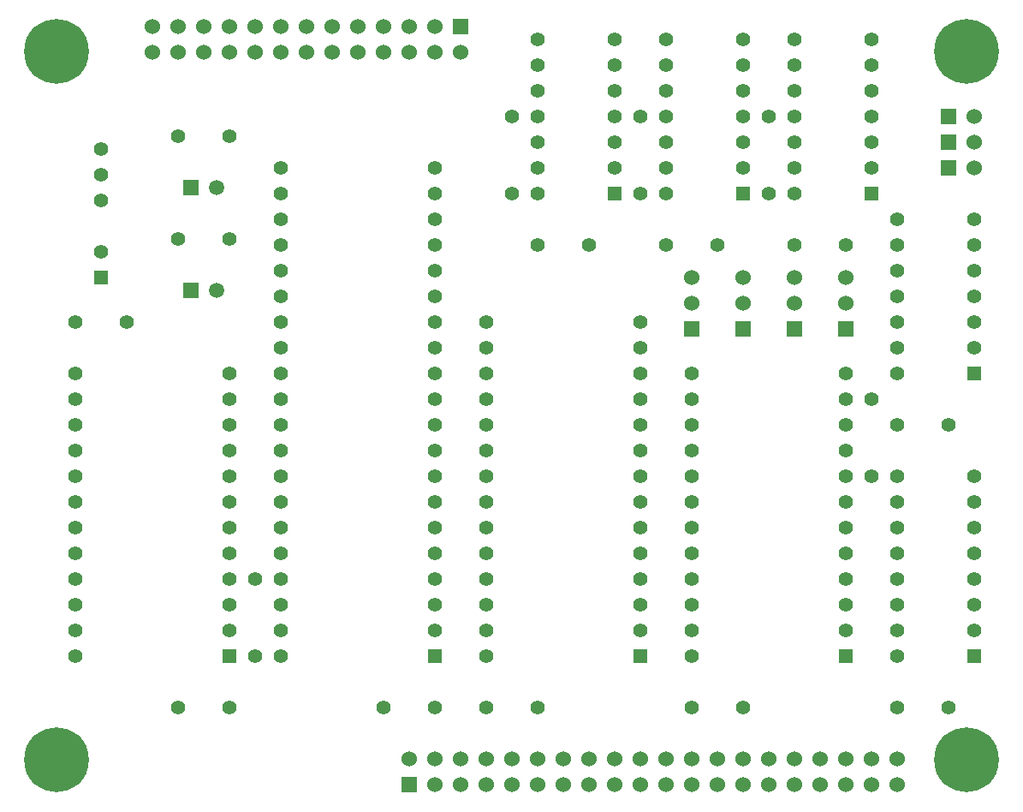
<source format=gbs>
%TF.GenerationSoftware,KiCad,Pcbnew,(5.1.8)-1*%
%TF.CreationDate,2021-11-24T12:27:13-08:00*%
%TF.ProjectId,Mini8085Ext,4d696e69-3830-4383-9545-78742e6b6963,rev?*%
%TF.SameCoordinates,Original*%
%TF.FileFunction,Soldermask,Bot*%
%TF.FilePolarity,Negative*%
%FSLAX46Y46*%
G04 Gerber Fmt 4.6, Leading zero omitted, Abs format (unit mm)*
G04 Created by KiCad (PCBNEW (5.1.8)-1) date 2021-11-24 12:27:13*
%MOMM*%
%LPD*%
G01*
G04 APERTURE LIST*
%ADD10C,1.524000*%
%ADD11R,1.524000X1.524000*%
%ADD12C,1.490980*%
%ADD13R,1.490980X1.490980*%
%ADD14C,1.397000*%
%ADD15C,1.400000*%
%ADD16R,1.400000X1.400000*%
%ADD17C,0.800000*%
%ADD18C,6.400000*%
%ADD19R,1.397000X1.397000*%
G04 APERTURE END LIST*
D10*
%TO.C,J4*%
X116840000Y-55880000D03*
X116840000Y-53340000D03*
X119380000Y-55880000D03*
X119380000Y-53340000D03*
X121920000Y-55880000D03*
X121920000Y-53340000D03*
X124460000Y-55880000D03*
X124460000Y-53340000D03*
X127000000Y-55880000D03*
X127000000Y-53340000D03*
X129540000Y-55880000D03*
X129540000Y-53340000D03*
X132080000Y-55880000D03*
X132080000Y-53340000D03*
X134620000Y-55880000D03*
X134620000Y-53340000D03*
X137160000Y-55880000D03*
X137160000Y-53340000D03*
X139700000Y-55880000D03*
X139700000Y-53340000D03*
X142240000Y-55880000D03*
X142240000Y-53340000D03*
X144780000Y-55880000D03*
X144780000Y-53340000D03*
X147320000Y-55880000D03*
D11*
X147320000Y-53340000D03*
%TD*%
D12*
%TO.C,C13*%
X123170000Y-69215000D03*
D13*
X120670000Y-69215000D03*
%TD*%
D10*
%TO.C,J1*%
X198120000Y-62230000D03*
D11*
X195580000Y-62230000D03*
%TD*%
D10*
%TO.C,J2*%
X198120000Y-64770000D03*
D11*
X195580000Y-64770000D03*
%TD*%
D10*
%TO.C,J3*%
X198120000Y-67310000D03*
D11*
X195580000Y-67310000D03*
%TD*%
D10*
%TO.C,J5*%
X190500000Y-125730000D03*
X190500000Y-128270000D03*
X187960000Y-125730000D03*
X187960000Y-128270000D03*
X185420000Y-125730000D03*
X185420000Y-128270000D03*
X182880000Y-125730000D03*
X182880000Y-128270000D03*
X180340000Y-125730000D03*
X180340000Y-128270000D03*
X177800000Y-128270000D03*
X177800000Y-125730000D03*
X175260000Y-128270000D03*
X175260000Y-125730000D03*
X172720000Y-125730000D03*
X172720000Y-128270000D03*
X170180000Y-125730000D03*
X170180000Y-128270000D03*
X167640000Y-125730000D03*
X167640000Y-128270000D03*
X165100000Y-125730000D03*
X165100000Y-128270000D03*
X162560000Y-125730000D03*
X162560000Y-128270000D03*
X160020000Y-125730000D03*
X160020000Y-128270000D03*
X157480000Y-125730000D03*
X157480000Y-128270000D03*
X154940000Y-125730000D03*
X154940000Y-128270000D03*
X152400000Y-125730000D03*
X152400000Y-128270000D03*
X149860000Y-125730000D03*
X149860000Y-128270000D03*
X147320000Y-125730000D03*
X147320000Y-128270000D03*
X144780000Y-125730000D03*
X144780000Y-128270000D03*
X142240000Y-125730000D03*
D11*
X142240000Y-128270000D03*
%TD*%
D10*
%TO.C,JP1*%
X175260000Y-78105000D03*
X175260000Y-80645000D03*
D11*
X175260000Y-83185000D03*
%TD*%
D10*
%TO.C,JP2*%
X170180000Y-78105000D03*
X170180000Y-80645000D03*
D11*
X170180000Y-83185000D03*
%TD*%
D10*
%TO.C,JP3*%
X185420000Y-78105000D03*
X185420000Y-80645000D03*
D11*
X185420000Y-83185000D03*
%TD*%
D10*
%TO.C,JP4*%
X180340000Y-78105000D03*
X180340000Y-80645000D03*
D11*
X180340000Y-83185000D03*
%TD*%
D14*
%TO.C,R1*%
X165100000Y-62230000D03*
X165100000Y-69850000D03*
%TD*%
%TO.C,R2*%
X187960000Y-90170000D03*
X187960000Y-97790000D03*
%TD*%
%TO.C,R3*%
X177800000Y-62230000D03*
X177800000Y-69850000D03*
%TD*%
%TO.C,R5*%
X152400000Y-62230000D03*
X152400000Y-69850000D03*
%TD*%
%TO.C,C1*%
X124460000Y-120650000D03*
X119380000Y-120650000D03*
%TD*%
%TO.C,C2*%
X144780000Y-120650000D03*
X139700000Y-120650000D03*
%TD*%
%TO.C,C3*%
X175260000Y-120650000D03*
X170180000Y-120650000D03*
%TD*%
%TO.C,C4*%
X154940000Y-120650000D03*
X149860000Y-120650000D03*
%TD*%
%TO.C,C6*%
X172720000Y-74930000D03*
X167640000Y-74930000D03*
%TD*%
%TO.C,C7*%
X185420000Y-74930000D03*
X180340000Y-74930000D03*
%TD*%
%TO.C,C8*%
X195580000Y-92710000D03*
X190500000Y-92710000D03*
%TD*%
%TO.C,C9*%
X160020000Y-74930000D03*
X154940000Y-74930000D03*
%TD*%
%TO.C,C10*%
X124460000Y-74295000D03*
X119380000Y-74295000D03*
%TD*%
%TO.C,C11*%
X114300000Y-82550000D03*
X109220000Y-82550000D03*
%TD*%
D12*
%TO.C,C12*%
X123170000Y-79375000D03*
D13*
X120670000Y-79375000D03*
%TD*%
D14*
%TO.C,C5*%
X195580000Y-120650000D03*
X190500000Y-120650000D03*
%TD*%
%TO.C,F1*%
X124460000Y-64135000D03*
X119380000Y-64135000D03*
%TD*%
%TO.C,R4*%
X127000000Y-107950000D03*
X127000000Y-115570000D03*
%TD*%
D15*
%TO.C,U10*%
X111760000Y-65405000D03*
X111760000Y-67945000D03*
X111760000Y-70485000D03*
X111760000Y-75565000D03*
D16*
X111760000Y-78105000D03*
%TD*%
D17*
%TO.C,HOLE1*%
X195702944Y-127497056D03*
X197400000Y-128200000D03*
X199097056Y-127497056D03*
X199800000Y-125800000D03*
X199097056Y-124102944D03*
X197400000Y-123400000D03*
X195702944Y-124102944D03*
X195000000Y-125800000D03*
D18*
X197400000Y-125800000D03*
%TD*%
D17*
%TO.C,HOLE2*%
X105702944Y-127497056D03*
X107400000Y-128200000D03*
X109097056Y-127497056D03*
X109800000Y-125800000D03*
X109097056Y-124102944D03*
X107400000Y-123400000D03*
X105702944Y-124102944D03*
X105000000Y-125800000D03*
D18*
X107400000Y-125800000D03*
%TD*%
D17*
%TO.C,HOLE3*%
X195702944Y-57497056D03*
X197400000Y-58200000D03*
X199097056Y-57497056D03*
X199800000Y-55800000D03*
X199097056Y-54102944D03*
X197400000Y-53400000D03*
X195702944Y-54102944D03*
X195000000Y-55800000D03*
D18*
X197400000Y-55800000D03*
%TD*%
D17*
%TO.C,HOLE4*%
X105702944Y-57497056D03*
X107400000Y-58200000D03*
X109097056Y-57497056D03*
X109800000Y-55800000D03*
X109097056Y-54102944D03*
X107400000Y-53400000D03*
X105702944Y-54102944D03*
X105000000Y-55800000D03*
D18*
X107400000Y-55800000D03*
%TD*%
D14*
%TO.C,U1*%
X109220000Y-115570000D03*
X109220000Y-113030000D03*
X109220000Y-110490000D03*
X109220000Y-107950000D03*
X109220000Y-105410000D03*
X109220000Y-102870000D03*
X109220000Y-100330000D03*
X109220000Y-97790000D03*
X109220000Y-95250000D03*
X109220000Y-92710000D03*
X109220000Y-90170000D03*
X109220000Y-87630000D03*
X124460000Y-87630000D03*
X124460000Y-90170000D03*
X124460000Y-92710000D03*
X124460000Y-95250000D03*
X124460000Y-97790000D03*
X124460000Y-100330000D03*
X124460000Y-102870000D03*
X124460000Y-105410000D03*
X124460000Y-107950000D03*
X124460000Y-110490000D03*
X124460000Y-113030000D03*
D19*
X124460000Y-115570000D03*
%TD*%
D14*
%TO.C,U2*%
X129540000Y-115570000D03*
X129540000Y-113030000D03*
X129540000Y-110490000D03*
X129540000Y-107950000D03*
X129540000Y-105410000D03*
X129540000Y-102870000D03*
X129540000Y-100330000D03*
X129540000Y-97790000D03*
X129540000Y-95250000D03*
X129540000Y-92710000D03*
X129540000Y-90170000D03*
X129540000Y-87630000D03*
X129540000Y-85090000D03*
X129540000Y-82550000D03*
X129540000Y-80010000D03*
X129540000Y-77470000D03*
X129540000Y-74930000D03*
X129540000Y-72390000D03*
X129540000Y-69850000D03*
X129540000Y-67310000D03*
X144780000Y-67310000D03*
X144780000Y-69850000D03*
X144780000Y-72390000D03*
X144780000Y-74930000D03*
X144780000Y-77470000D03*
X144780000Y-80010000D03*
X144780000Y-82550000D03*
X144780000Y-85090000D03*
X144780000Y-87630000D03*
X144780000Y-90170000D03*
X144780000Y-92710000D03*
X144780000Y-95250000D03*
X144780000Y-97790000D03*
X144780000Y-100330000D03*
X144780000Y-102870000D03*
X144780000Y-105410000D03*
X144780000Y-107950000D03*
X144780000Y-110490000D03*
X144780000Y-113030000D03*
D19*
X144780000Y-115570000D03*
%TD*%
D14*
%TO.C,U5*%
X190500000Y-115570000D03*
X190500000Y-113030000D03*
X190500000Y-110490000D03*
X190500000Y-107950000D03*
X190500000Y-105410000D03*
X190500000Y-102870000D03*
X190500000Y-100330000D03*
X190500000Y-97790000D03*
X198120000Y-97790000D03*
X198120000Y-100330000D03*
X198120000Y-102870000D03*
X198120000Y-105410000D03*
X198120000Y-107950000D03*
X198120000Y-110490000D03*
X198120000Y-113030000D03*
D19*
X198120000Y-115570000D03*
%TD*%
D14*
%TO.C,U6*%
X167640000Y-69850000D03*
X167640000Y-67310000D03*
X167640000Y-64770000D03*
X167640000Y-62230000D03*
X167640000Y-59690000D03*
X167640000Y-57150000D03*
X167640000Y-54610000D03*
X175260000Y-54610000D03*
X175260000Y-57150000D03*
X175260000Y-59690000D03*
X175260000Y-62230000D03*
X175260000Y-64770000D03*
X175260000Y-67310000D03*
D19*
X175260000Y-69850000D03*
%TD*%
D14*
%TO.C,U7*%
X180340000Y-69850000D03*
X180340000Y-67310000D03*
X180340000Y-64770000D03*
X180340000Y-62230000D03*
X180340000Y-59690000D03*
X180340000Y-57150000D03*
X180340000Y-54610000D03*
X187960000Y-54610000D03*
X187960000Y-57150000D03*
X187960000Y-59690000D03*
X187960000Y-62230000D03*
X187960000Y-64770000D03*
X187960000Y-67310000D03*
D19*
X187960000Y-69850000D03*
%TD*%
D14*
%TO.C,U8*%
X190500000Y-87630000D03*
X190500000Y-85090000D03*
X190500000Y-82550000D03*
X190500000Y-80010000D03*
X190500000Y-77470000D03*
X190500000Y-74930000D03*
X190500000Y-72390000D03*
X198120000Y-72390000D03*
X198120000Y-74930000D03*
X198120000Y-77470000D03*
X198120000Y-80010000D03*
X198120000Y-82550000D03*
X198120000Y-85090000D03*
D19*
X198120000Y-87630000D03*
%TD*%
D14*
%TO.C,U9*%
X154940000Y-69850000D03*
X154940000Y-67310000D03*
X154940000Y-64770000D03*
X154940000Y-62230000D03*
X154940000Y-59690000D03*
X154940000Y-57150000D03*
X154940000Y-54610000D03*
X162560000Y-54610000D03*
X162560000Y-57150000D03*
X162560000Y-59690000D03*
X162560000Y-62230000D03*
X162560000Y-64770000D03*
X162560000Y-67310000D03*
D19*
X162560000Y-69850000D03*
%TD*%
D14*
%TO.C,U3*%
X170180000Y-115570000D03*
X170180000Y-113030000D03*
X170180000Y-110490000D03*
X170180000Y-107950000D03*
X170180000Y-105410000D03*
X170180000Y-102870000D03*
X170180000Y-100330000D03*
X170180000Y-97790000D03*
X170180000Y-95250000D03*
X170180000Y-92710000D03*
X170180000Y-90170000D03*
X170180000Y-87630000D03*
X185420000Y-87630000D03*
X185420000Y-90170000D03*
X185420000Y-92710000D03*
X185420000Y-95250000D03*
X185420000Y-97790000D03*
X185420000Y-100330000D03*
X185420000Y-102870000D03*
X185420000Y-105410000D03*
X185420000Y-107950000D03*
X185420000Y-110490000D03*
X185420000Y-113030000D03*
D19*
X185420000Y-115570000D03*
%TD*%
D14*
%TO.C,U4*%
X149860000Y-115570000D03*
X149860000Y-113030000D03*
X149860000Y-110490000D03*
X149860000Y-107950000D03*
X149860000Y-105410000D03*
X149860000Y-102870000D03*
X149860000Y-100330000D03*
X149860000Y-97790000D03*
X149860000Y-95250000D03*
X149860000Y-92710000D03*
X149860000Y-90170000D03*
X149860000Y-87630000D03*
X149860000Y-85090000D03*
X149860000Y-82550000D03*
X165100000Y-82550000D03*
X165100000Y-85090000D03*
X165100000Y-87630000D03*
X165100000Y-90170000D03*
X165100000Y-92710000D03*
X165100000Y-95250000D03*
X165100000Y-97790000D03*
X165100000Y-100330000D03*
X165100000Y-102870000D03*
X165100000Y-105410000D03*
X165100000Y-107950000D03*
X165100000Y-110490000D03*
X165100000Y-113030000D03*
D19*
X165100000Y-115570000D03*
%TD*%
M02*

</source>
